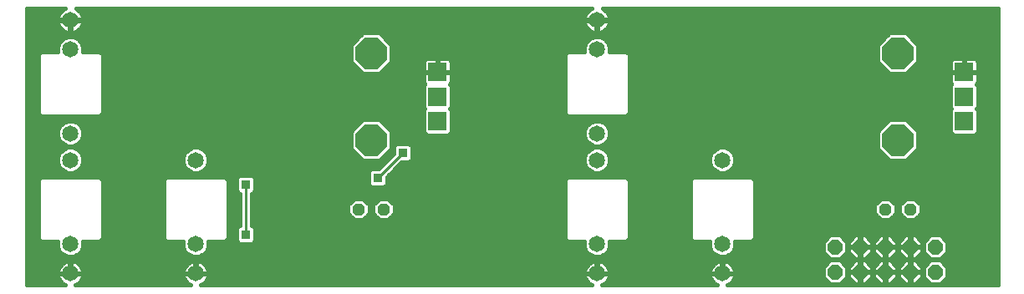
<source format=gbl>
G75*
%MOIN*%
%OFA0B0*%
%FSLAX25Y25*%
%IPPOS*%
%LPD*%
%AMOC8*
5,1,8,0,0,1.08239X$1,22.5*
%
%ADD10C,0.06496*%
%ADD11OC8,0.06000*%
%ADD12OC8,0.04800*%
%ADD13R,0.07400X0.07400*%
%ADD14OC8,0.12661*%
%ADD15C,0.01600*%
%ADD16R,0.03762X0.03762*%
%ADD17C,0.01000*%
D10*
X0021000Y0034031D03*
X0021000Y0045842D03*
X0071000Y0045842D03*
X0071000Y0034031D03*
X0071000Y0079307D03*
X0021000Y0079307D03*
X0021000Y0089937D03*
X0021000Y0123401D03*
X0021000Y0135212D03*
X0231000Y0135212D03*
X0231000Y0123401D03*
X0231000Y0089937D03*
X0231000Y0079307D03*
X0281000Y0079307D03*
X0281000Y0045842D03*
X0281000Y0034031D03*
X0231000Y0034031D03*
X0231000Y0045842D03*
D11*
X0326000Y0044622D03*
X0336000Y0044622D03*
X0346000Y0044622D03*
X0356000Y0044622D03*
X0366000Y0044622D03*
X0366000Y0034622D03*
X0356000Y0034622D03*
X0346000Y0034622D03*
X0336000Y0034622D03*
X0326000Y0034622D03*
D12*
X0346000Y0059622D03*
X0356000Y0059622D03*
X0146000Y0059622D03*
X0136000Y0059622D03*
D13*
X0167378Y0094779D03*
X0167378Y0104622D03*
X0167378Y0114464D03*
X0377378Y0114464D03*
X0377378Y0104622D03*
X0377378Y0094779D03*
D14*
X0351000Y0087299D03*
X0351000Y0121945D03*
X0141000Y0121945D03*
X0141000Y0087299D03*
D15*
X0003500Y0139782D02*
X0003500Y0029422D01*
X0018927Y0029422D01*
X0018354Y0029714D01*
X0017711Y0030181D01*
X0017150Y0030743D01*
X0016683Y0031385D01*
X0016322Y0032093D01*
X0016076Y0032849D01*
X0015952Y0033634D01*
X0015952Y0033748D01*
X0020717Y0033748D01*
X0020717Y0034314D01*
X0015952Y0034314D01*
X0015952Y0034428D01*
X0016076Y0035213D01*
X0016322Y0035969D01*
X0016683Y0036677D01*
X0017150Y0037320D01*
X0017711Y0037882D01*
X0018354Y0038349D01*
X0019062Y0038709D01*
X0019818Y0038955D01*
X0020603Y0039079D01*
X0020717Y0039079D01*
X0020717Y0034314D01*
X0021283Y0034314D01*
X0026048Y0034314D01*
X0026048Y0034428D01*
X0025924Y0035213D01*
X0025678Y0035969D01*
X0025317Y0036677D01*
X0024850Y0037320D01*
X0024289Y0037882D01*
X0023646Y0038349D01*
X0022938Y0038709D01*
X0022182Y0038955D01*
X0021397Y0039079D01*
X0021283Y0039079D01*
X0021283Y0034314D01*
X0021283Y0033748D01*
X0026048Y0033748D01*
X0026048Y0033634D01*
X0025924Y0032849D01*
X0025678Y0032093D01*
X0025317Y0031385D01*
X0024850Y0030743D01*
X0024289Y0030181D01*
X0023646Y0029714D01*
X0023073Y0029422D01*
X0068927Y0029422D01*
X0068354Y0029714D01*
X0067711Y0030181D01*
X0067150Y0030743D01*
X0066683Y0031385D01*
X0066322Y0032093D01*
X0066076Y0032849D01*
X0065952Y0033634D01*
X0065952Y0033748D01*
X0070717Y0033748D01*
X0070717Y0034314D01*
X0065952Y0034314D01*
X0065952Y0034428D01*
X0066076Y0035213D01*
X0066322Y0035969D01*
X0066683Y0036677D01*
X0067150Y0037320D01*
X0067711Y0037882D01*
X0068354Y0038349D01*
X0069062Y0038709D01*
X0069818Y0038955D01*
X0070603Y0039079D01*
X0070717Y0039079D01*
X0070717Y0034314D01*
X0071283Y0034314D01*
X0076048Y0034314D01*
X0076048Y0034428D01*
X0075924Y0035213D01*
X0075678Y0035969D01*
X0075317Y0036677D01*
X0074850Y0037320D01*
X0074289Y0037882D01*
X0073646Y0038349D01*
X0072938Y0038709D01*
X0072182Y0038955D01*
X0071397Y0039079D01*
X0071283Y0039079D01*
X0071283Y0034314D01*
X0071283Y0033748D01*
X0076048Y0033748D01*
X0076048Y0033634D01*
X0075924Y0032849D01*
X0075678Y0032093D01*
X0075317Y0031385D01*
X0074850Y0030743D01*
X0074289Y0030181D01*
X0073646Y0029714D01*
X0073073Y0029422D01*
X0228927Y0029422D01*
X0228354Y0029714D01*
X0227711Y0030181D01*
X0227150Y0030743D01*
X0226683Y0031385D01*
X0226322Y0032093D01*
X0226076Y0032849D01*
X0225952Y0033634D01*
X0225952Y0033748D01*
X0230717Y0033748D01*
X0230717Y0034314D01*
X0225952Y0034314D01*
X0225952Y0034428D01*
X0226076Y0035213D01*
X0226322Y0035969D01*
X0226683Y0036677D01*
X0227150Y0037320D01*
X0227711Y0037882D01*
X0228354Y0038349D01*
X0229062Y0038709D01*
X0229818Y0038955D01*
X0230603Y0039079D01*
X0230717Y0039079D01*
X0230717Y0034314D01*
X0231283Y0034314D01*
X0236048Y0034314D01*
X0236048Y0034428D01*
X0235924Y0035213D01*
X0235678Y0035969D01*
X0235317Y0036677D01*
X0234850Y0037320D01*
X0234289Y0037882D01*
X0233646Y0038349D01*
X0232938Y0038709D01*
X0232182Y0038955D01*
X0231397Y0039079D01*
X0231283Y0039079D01*
X0231283Y0034314D01*
X0231283Y0033748D01*
X0236048Y0033748D01*
X0236048Y0033634D01*
X0235924Y0032849D01*
X0235678Y0032093D01*
X0235317Y0031385D01*
X0234850Y0030743D01*
X0234289Y0030181D01*
X0233646Y0029714D01*
X0233073Y0029422D01*
X0278927Y0029422D01*
X0278354Y0029714D01*
X0277711Y0030181D01*
X0277150Y0030743D01*
X0276683Y0031385D01*
X0276322Y0032093D01*
X0276076Y0032849D01*
X0275952Y0033634D01*
X0275952Y0033748D01*
X0280717Y0033748D01*
X0280717Y0034314D01*
X0275952Y0034314D01*
X0275952Y0034428D01*
X0276076Y0035213D01*
X0276322Y0035969D01*
X0276683Y0036677D01*
X0277150Y0037320D01*
X0277711Y0037882D01*
X0278354Y0038349D01*
X0279062Y0038709D01*
X0279818Y0038955D01*
X0280603Y0039079D01*
X0280717Y0039079D01*
X0280717Y0034314D01*
X0281283Y0034314D01*
X0286048Y0034314D01*
X0286048Y0034428D01*
X0285924Y0035213D01*
X0285678Y0035969D01*
X0285317Y0036677D01*
X0284850Y0037320D01*
X0284289Y0037882D01*
X0283646Y0038349D01*
X0282938Y0038709D01*
X0282182Y0038955D01*
X0281397Y0039079D01*
X0281283Y0039079D01*
X0281283Y0034314D01*
X0281283Y0033748D01*
X0286048Y0033748D01*
X0286048Y0033634D01*
X0285924Y0032849D01*
X0285678Y0032093D01*
X0285317Y0031385D01*
X0284850Y0030743D01*
X0284289Y0030181D01*
X0283646Y0029714D01*
X0283073Y0029422D01*
X0391000Y0029422D01*
X0391000Y0139782D01*
X0233150Y0139782D01*
X0233646Y0139530D01*
X0234289Y0139063D01*
X0234850Y0138501D01*
X0235317Y0137858D01*
X0235678Y0137150D01*
X0235924Y0136394D01*
X0236048Y0135610D01*
X0236048Y0135495D01*
X0231283Y0135495D01*
X0231283Y0134930D01*
X0236048Y0134930D01*
X0236048Y0134815D01*
X0235924Y0134030D01*
X0235678Y0133275D01*
X0235317Y0132567D01*
X0234850Y0131924D01*
X0234289Y0131362D01*
X0233646Y0130895D01*
X0232938Y0130534D01*
X0232182Y0130289D01*
X0231397Y0130164D01*
X0231283Y0130164D01*
X0231283Y0134930D01*
X0230717Y0134930D01*
X0225952Y0134930D01*
X0225952Y0134815D01*
X0226076Y0134030D01*
X0226322Y0133275D01*
X0226683Y0132567D01*
X0227150Y0131924D01*
X0227711Y0131362D01*
X0228354Y0130895D01*
X0229062Y0130534D01*
X0229818Y0130289D01*
X0230603Y0130164D01*
X0230717Y0130164D01*
X0230717Y0134930D01*
X0230717Y0135495D01*
X0225952Y0135495D01*
X0225952Y0135610D01*
X0226076Y0136394D01*
X0226322Y0137150D01*
X0226683Y0137858D01*
X0227150Y0138501D01*
X0227711Y0139063D01*
X0228354Y0139530D01*
X0228850Y0139782D01*
X0023150Y0139782D01*
X0023646Y0139530D01*
X0024289Y0139063D01*
X0024850Y0138501D01*
X0025317Y0137858D01*
X0025678Y0137150D01*
X0025924Y0136394D01*
X0026048Y0135610D01*
X0026048Y0135495D01*
X0021283Y0135495D01*
X0021283Y0134930D01*
X0026048Y0134930D01*
X0026048Y0134815D01*
X0025924Y0134030D01*
X0025678Y0133275D01*
X0025317Y0132567D01*
X0024850Y0131924D01*
X0024289Y0131362D01*
X0023646Y0130895D01*
X0022938Y0130534D01*
X0022182Y0130289D01*
X0021397Y0130164D01*
X0021283Y0130164D01*
X0021283Y0134930D01*
X0020717Y0134930D01*
X0015952Y0134930D01*
X0015952Y0134815D01*
X0016076Y0134030D01*
X0016322Y0133275D01*
X0016683Y0132567D01*
X0017150Y0131924D01*
X0017711Y0131362D01*
X0018354Y0130895D01*
X0019062Y0130534D01*
X0019818Y0130289D01*
X0020603Y0130164D01*
X0020717Y0130164D01*
X0020717Y0134930D01*
X0020717Y0135495D01*
X0015952Y0135495D01*
X0015952Y0135610D01*
X0016076Y0136394D01*
X0016322Y0137150D01*
X0016683Y0137858D01*
X0017150Y0138501D01*
X0017711Y0139063D01*
X0018354Y0139530D01*
X0018850Y0139782D01*
X0003500Y0139782D01*
X0003500Y0138897D02*
X0017545Y0138897D01*
X0016397Y0137298D02*
X0003500Y0137298D01*
X0003500Y0135700D02*
X0015966Y0135700D01*
X0016065Y0134101D02*
X0003500Y0134101D01*
X0003500Y0132503D02*
X0016729Y0132503D01*
X0020717Y0132503D02*
X0021283Y0132503D01*
X0021283Y0134101D02*
X0020717Y0134101D01*
X0025271Y0132503D02*
X0226729Y0132503D01*
X0226065Y0134101D02*
X0025935Y0134101D01*
X0026034Y0135700D02*
X0225966Y0135700D01*
X0226397Y0137298D02*
X0025603Y0137298D01*
X0024455Y0138897D02*
X0227545Y0138897D01*
X0234455Y0138897D02*
X0391000Y0138897D01*
X0391000Y0137298D02*
X0235603Y0137298D01*
X0236034Y0135700D02*
X0391000Y0135700D01*
X0391000Y0134101D02*
X0235935Y0134101D01*
X0235271Y0132503D02*
X0391000Y0132503D01*
X0391000Y0130904D02*
X0233659Y0130904D01*
X0231283Y0130904D02*
X0230717Y0130904D01*
X0228341Y0130904D02*
X0023659Y0130904D01*
X0021283Y0130904D02*
X0020717Y0130904D01*
X0018341Y0130904D02*
X0003500Y0130904D01*
X0003500Y0129306D02*
X0136863Y0129306D01*
X0137632Y0130075D02*
X0132869Y0125312D01*
X0132869Y0118577D01*
X0137632Y0113814D01*
X0144368Y0113814D01*
X0149131Y0118577D01*
X0149131Y0125312D01*
X0144368Y0130075D01*
X0137632Y0130075D01*
X0135264Y0127707D02*
X0023796Y0127707D01*
X0023859Y0127681D02*
X0022004Y0128449D01*
X0019996Y0128449D01*
X0018141Y0127681D01*
X0016720Y0126261D01*
X0015952Y0124405D01*
X0015952Y0122445D01*
X0009231Y0122445D01*
X0008176Y0121391D01*
X0008176Y0097853D01*
X0009231Y0096798D01*
X0032769Y0096798D01*
X0033824Y0097853D01*
X0033824Y0121391D01*
X0032769Y0122445D01*
X0026048Y0122445D01*
X0026048Y0124405D01*
X0025280Y0126261D01*
X0023859Y0127681D01*
X0025343Y0126109D02*
X0133665Y0126109D01*
X0132869Y0124510D02*
X0026005Y0124510D01*
X0026048Y0122912D02*
X0132869Y0122912D01*
X0132869Y0121313D02*
X0033824Y0121313D01*
X0033824Y0119715D02*
X0132869Y0119715D01*
X0133330Y0118116D02*
X0033824Y0118116D01*
X0033824Y0116518D02*
X0134928Y0116518D01*
X0136527Y0114919D02*
X0033824Y0114919D01*
X0033824Y0113321D02*
X0161878Y0113321D01*
X0161878Y0114280D02*
X0161878Y0110527D01*
X0162001Y0110069D01*
X0162238Y0109659D01*
X0162354Y0109543D01*
X0161878Y0109067D01*
X0161878Y0100176D01*
X0162354Y0099700D01*
X0161878Y0099225D01*
X0161878Y0090334D01*
X0162932Y0089279D01*
X0171824Y0089279D01*
X0172878Y0090334D01*
X0172878Y0099225D01*
X0172402Y0099700D01*
X0172878Y0100176D01*
X0172878Y0109067D01*
X0172402Y0109543D01*
X0172518Y0109659D01*
X0172755Y0110069D01*
X0172878Y0110527D01*
X0172878Y0114280D01*
X0167562Y0114280D01*
X0167562Y0114649D01*
X0167194Y0114649D01*
X0167194Y0119964D01*
X0163441Y0119964D01*
X0162983Y0119842D01*
X0162573Y0119605D01*
X0162238Y0119269D01*
X0162001Y0118859D01*
X0161878Y0118401D01*
X0161878Y0114649D01*
X0167194Y0114649D01*
X0167194Y0114280D01*
X0161878Y0114280D01*
X0161878Y0114919D02*
X0145473Y0114919D01*
X0147072Y0116518D02*
X0161878Y0116518D01*
X0161878Y0118116D02*
X0148670Y0118116D01*
X0149131Y0119715D02*
X0162763Y0119715D01*
X0167194Y0119715D02*
X0167562Y0119715D01*
X0167562Y0119964D02*
X0167562Y0114649D01*
X0172878Y0114649D01*
X0172878Y0118401D01*
X0172755Y0118859D01*
X0172518Y0119269D01*
X0172183Y0119605D01*
X0171773Y0119842D01*
X0171315Y0119964D01*
X0167562Y0119964D01*
X0167562Y0118116D02*
X0167194Y0118116D01*
X0171993Y0119715D02*
X0218176Y0119715D01*
X0218176Y0121313D02*
X0149131Y0121313D01*
X0149131Y0122912D02*
X0225952Y0122912D01*
X0225952Y0122445D02*
X0219231Y0122445D01*
X0218176Y0121391D01*
X0218176Y0097853D01*
X0219231Y0096798D01*
X0242769Y0096798D01*
X0243824Y0097853D01*
X0243824Y0121391D01*
X0242769Y0122445D01*
X0236048Y0122445D01*
X0236048Y0124405D01*
X0235280Y0126261D01*
X0233859Y0127681D01*
X0232004Y0128449D01*
X0229996Y0128449D01*
X0228141Y0127681D01*
X0226720Y0126261D01*
X0225952Y0124405D01*
X0225952Y0122445D01*
X0225995Y0124510D02*
X0149131Y0124510D01*
X0148335Y0126109D02*
X0226657Y0126109D01*
X0228204Y0127707D02*
X0146736Y0127707D01*
X0145137Y0129306D02*
X0346862Y0129306D01*
X0347632Y0130075D02*
X0342869Y0125312D01*
X0342869Y0118577D01*
X0347632Y0113814D01*
X0354368Y0113814D01*
X0359131Y0118577D01*
X0359131Y0125312D01*
X0354368Y0130075D01*
X0347632Y0130075D01*
X0345264Y0127707D02*
X0233796Y0127707D01*
X0235343Y0126109D02*
X0343665Y0126109D01*
X0342869Y0124510D02*
X0236005Y0124510D01*
X0236048Y0122912D02*
X0342869Y0122912D01*
X0342869Y0121313D02*
X0243824Y0121313D01*
X0243824Y0119715D02*
X0342869Y0119715D01*
X0343330Y0118116D02*
X0243824Y0118116D01*
X0243824Y0116518D02*
X0344928Y0116518D01*
X0346527Y0114919D02*
X0243824Y0114919D01*
X0243824Y0113321D02*
X0371878Y0113321D01*
X0371878Y0114280D02*
X0371878Y0110527D01*
X0372001Y0110069D01*
X0372238Y0109659D01*
X0372354Y0109543D01*
X0371878Y0109067D01*
X0371878Y0100176D01*
X0372354Y0099700D01*
X0371878Y0099225D01*
X0371878Y0090334D01*
X0372932Y0089279D01*
X0381824Y0089279D01*
X0382878Y0090334D01*
X0382878Y0099225D01*
X0382402Y0099700D01*
X0382878Y0100176D01*
X0382878Y0109067D01*
X0382402Y0109543D01*
X0382518Y0109659D01*
X0382755Y0110069D01*
X0382878Y0110527D01*
X0382878Y0114280D01*
X0377562Y0114280D01*
X0377562Y0114649D01*
X0377194Y0114649D01*
X0377194Y0119964D01*
X0373441Y0119964D01*
X0372983Y0119842D01*
X0372573Y0119605D01*
X0372238Y0119269D01*
X0372001Y0118859D01*
X0371878Y0118401D01*
X0371878Y0114649D01*
X0377194Y0114649D01*
X0377194Y0114280D01*
X0371878Y0114280D01*
X0371878Y0114919D02*
X0355473Y0114919D01*
X0357072Y0116518D02*
X0371878Y0116518D01*
X0377194Y0116518D02*
X0377562Y0116518D01*
X0377562Y0114919D02*
X0377194Y0114919D01*
X0377562Y0114649D02*
X0377562Y0119964D01*
X0381315Y0119964D01*
X0381773Y0119842D01*
X0382183Y0119605D01*
X0382518Y0119269D01*
X0382755Y0118859D01*
X0382878Y0118401D01*
X0382878Y0114649D01*
X0377562Y0114649D01*
X0382878Y0114919D02*
X0391000Y0114919D01*
X0391000Y0113321D02*
X0382878Y0113321D01*
X0382878Y0111722D02*
X0391000Y0111722D01*
X0391000Y0110123D02*
X0382770Y0110123D01*
X0382878Y0108525D02*
X0391000Y0108525D01*
X0391000Y0106926D02*
X0382878Y0106926D01*
X0382878Y0105328D02*
X0391000Y0105328D01*
X0391000Y0103729D02*
X0382878Y0103729D01*
X0382878Y0102131D02*
X0391000Y0102131D01*
X0391000Y0100532D02*
X0382878Y0100532D01*
X0382878Y0098934D02*
X0391000Y0098934D01*
X0391000Y0097335D02*
X0382878Y0097335D01*
X0382878Y0095737D02*
X0391000Y0095737D01*
X0391000Y0094138D02*
X0382878Y0094138D01*
X0382878Y0092540D02*
X0391000Y0092540D01*
X0391000Y0090941D02*
X0382878Y0090941D01*
X0381887Y0089343D02*
X0391000Y0089343D01*
X0391000Y0087744D02*
X0359131Y0087744D01*
X0359131Y0086146D02*
X0391000Y0086146D01*
X0391000Y0084547D02*
X0359131Y0084547D01*
X0359131Y0083931D02*
X0354368Y0079168D01*
X0347632Y0079168D01*
X0342869Y0083931D01*
X0342869Y0090667D01*
X0347632Y0095430D01*
X0354368Y0095430D01*
X0359131Y0090667D01*
X0359131Y0083931D01*
X0358148Y0082949D02*
X0391000Y0082949D01*
X0391000Y0081350D02*
X0356550Y0081350D01*
X0354951Y0079752D02*
X0391000Y0079752D01*
X0391000Y0078153D02*
X0285986Y0078153D01*
X0286048Y0078303D02*
X0285280Y0076447D01*
X0283859Y0075027D01*
X0282004Y0074259D01*
X0279996Y0074259D01*
X0278141Y0075027D01*
X0276720Y0076447D01*
X0275952Y0078303D01*
X0275952Y0080311D01*
X0276720Y0082166D01*
X0278141Y0083586D01*
X0279996Y0084355D01*
X0282004Y0084355D01*
X0283859Y0083586D01*
X0285280Y0082166D01*
X0286048Y0080311D01*
X0286048Y0078303D01*
X0286048Y0079752D02*
X0347049Y0079752D01*
X0345450Y0081350D02*
X0285617Y0081350D01*
X0284497Y0082949D02*
X0343852Y0082949D01*
X0342869Y0084547D02*
X0157181Y0084547D01*
X0157181Y0084748D02*
X0156127Y0085803D01*
X0150873Y0085803D01*
X0149819Y0084748D01*
X0149819Y0081693D01*
X0143928Y0075803D01*
X0140873Y0075803D01*
X0139819Y0074748D01*
X0139819Y0069495D01*
X0140873Y0068441D01*
X0146127Y0068441D01*
X0147181Y0069495D01*
X0147181Y0072550D01*
X0153072Y0078441D01*
X0156127Y0078441D01*
X0157181Y0079495D01*
X0157181Y0084748D01*
X0157181Y0082949D02*
X0227503Y0082949D01*
X0228141Y0083586D02*
X0226720Y0082166D01*
X0225952Y0080311D01*
X0225952Y0078303D01*
X0226720Y0076447D01*
X0228141Y0075027D01*
X0229996Y0074259D01*
X0232004Y0074259D01*
X0233859Y0075027D01*
X0235280Y0076447D01*
X0236048Y0078303D01*
X0236048Y0080311D01*
X0235280Y0082166D01*
X0233859Y0083586D01*
X0232004Y0084355D01*
X0229996Y0084355D01*
X0228141Y0083586D01*
X0228141Y0085657D02*
X0229996Y0084889D01*
X0232004Y0084889D01*
X0233859Y0085657D01*
X0235280Y0087077D01*
X0236048Y0088933D01*
X0236048Y0090941D01*
X0235280Y0092796D01*
X0233859Y0094216D01*
X0232004Y0094985D01*
X0229996Y0094985D01*
X0228141Y0094216D01*
X0226720Y0092796D01*
X0225952Y0090941D01*
X0225952Y0088933D01*
X0226720Y0087077D01*
X0228141Y0085657D01*
X0227652Y0086146D02*
X0149131Y0086146D01*
X0149131Y0087744D02*
X0226444Y0087744D01*
X0225952Y0089343D02*
X0171887Y0089343D01*
X0172878Y0090941D02*
X0225952Y0090941D01*
X0226614Y0092540D02*
X0172878Y0092540D01*
X0172878Y0094138D02*
X0228063Y0094138D01*
X0233937Y0094138D02*
X0346341Y0094138D01*
X0344742Y0092540D02*
X0235386Y0092540D01*
X0236048Y0090941D02*
X0343144Y0090941D01*
X0342869Y0089343D02*
X0236048Y0089343D01*
X0235556Y0087744D02*
X0342869Y0087744D01*
X0342869Y0086146D02*
X0234348Y0086146D01*
X0234497Y0082949D02*
X0277503Y0082949D01*
X0276383Y0081350D02*
X0235617Y0081350D01*
X0236048Y0079752D02*
X0275952Y0079752D01*
X0276014Y0078153D02*
X0235986Y0078153D01*
X0235324Y0076555D02*
X0276676Y0076555D01*
X0278312Y0074956D02*
X0233688Y0074956D01*
X0228312Y0074956D02*
X0149587Y0074956D01*
X0151186Y0076555D02*
X0226676Y0076555D01*
X0226014Y0078153D02*
X0152784Y0078153D01*
X0157181Y0079752D02*
X0225952Y0079752D01*
X0226383Y0081350D02*
X0157181Y0081350D01*
X0149819Y0082949D02*
X0148148Y0082949D01*
X0149131Y0083931D02*
X0144368Y0079168D01*
X0137632Y0079168D01*
X0132869Y0083931D01*
X0132869Y0090667D01*
X0137632Y0095430D01*
X0144368Y0095430D01*
X0149131Y0090667D01*
X0149131Y0083931D01*
X0149131Y0084547D02*
X0149819Y0084547D01*
X0149476Y0081350D02*
X0146550Y0081350D01*
X0147877Y0079752D02*
X0144951Y0079752D01*
X0146279Y0078153D02*
X0075986Y0078153D01*
X0076048Y0078303D02*
X0075280Y0076447D01*
X0073859Y0075027D01*
X0072004Y0074259D01*
X0069996Y0074259D01*
X0068141Y0075027D01*
X0066720Y0076447D01*
X0065952Y0078303D01*
X0065952Y0080311D01*
X0066720Y0082166D01*
X0068141Y0083586D01*
X0069996Y0084355D01*
X0072004Y0084355D01*
X0073859Y0083586D01*
X0075280Y0082166D01*
X0076048Y0080311D01*
X0076048Y0078303D01*
X0076048Y0079752D02*
X0137049Y0079752D01*
X0135450Y0081350D02*
X0075617Y0081350D01*
X0074497Y0082949D02*
X0133852Y0082949D01*
X0132869Y0084547D02*
X0003500Y0084547D01*
X0003500Y0082949D02*
X0017503Y0082949D01*
X0018141Y0083586D02*
X0016720Y0082166D01*
X0015952Y0080311D01*
X0015952Y0078303D01*
X0016720Y0076447D01*
X0018141Y0075027D01*
X0019996Y0074259D01*
X0022004Y0074259D01*
X0023859Y0075027D01*
X0025280Y0076447D01*
X0026048Y0078303D01*
X0026048Y0080311D01*
X0025280Y0082166D01*
X0023859Y0083586D01*
X0022004Y0084355D01*
X0019996Y0084355D01*
X0018141Y0083586D01*
X0018141Y0085657D02*
X0019996Y0084889D01*
X0022004Y0084889D01*
X0023859Y0085657D01*
X0025280Y0087077D01*
X0026048Y0088933D01*
X0026048Y0090941D01*
X0025280Y0092796D01*
X0023859Y0094216D01*
X0022004Y0094985D01*
X0019996Y0094985D01*
X0018141Y0094216D01*
X0016720Y0092796D01*
X0015952Y0090941D01*
X0015952Y0088933D01*
X0016720Y0087077D01*
X0018141Y0085657D01*
X0017652Y0086146D02*
X0003500Y0086146D01*
X0003500Y0087744D02*
X0016444Y0087744D01*
X0015952Y0089343D02*
X0003500Y0089343D01*
X0003500Y0090941D02*
X0015952Y0090941D01*
X0016614Y0092540D02*
X0003500Y0092540D01*
X0003500Y0094138D02*
X0018063Y0094138D01*
X0023937Y0094138D02*
X0136341Y0094138D01*
X0134742Y0092540D02*
X0025386Y0092540D01*
X0026048Y0090941D02*
X0133144Y0090941D01*
X0132869Y0089343D02*
X0026048Y0089343D01*
X0025556Y0087744D02*
X0132869Y0087744D01*
X0132869Y0086146D02*
X0024348Y0086146D01*
X0024497Y0082949D02*
X0067503Y0082949D01*
X0066383Y0081350D02*
X0025617Y0081350D01*
X0026048Y0079752D02*
X0065952Y0079752D01*
X0066014Y0078153D02*
X0025986Y0078153D01*
X0025324Y0076555D02*
X0066676Y0076555D01*
X0068312Y0074956D02*
X0023688Y0074956D01*
X0018312Y0074956D02*
X0003500Y0074956D01*
X0003500Y0076555D02*
X0016676Y0076555D01*
X0016014Y0078153D02*
X0003500Y0078153D01*
X0003500Y0079752D02*
X0015952Y0079752D01*
X0016383Y0081350D02*
X0003500Y0081350D01*
X0003500Y0073358D02*
X0139819Y0073358D01*
X0139819Y0071759D02*
X0094681Y0071759D01*
X0094681Y0072248D02*
X0093627Y0073303D01*
X0088373Y0073303D01*
X0087319Y0072248D01*
X0087319Y0066995D01*
X0088373Y0065941D01*
X0088700Y0065941D01*
X0088700Y0053303D01*
X0088373Y0053303D01*
X0087319Y0052248D01*
X0087319Y0046995D01*
X0088373Y0045941D01*
X0093627Y0045941D01*
X0094681Y0046995D01*
X0094681Y0052248D01*
X0093627Y0053303D01*
X0093300Y0053303D01*
X0093300Y0065941D01*
X0093627Y0065941D01*
X0094681Y0066995D01*
X0094681Y0072248D01*
X0094681Y0070161D02*
X0139819Y0070161D01*
X0140752Y0068562D02*
X0094681Y0068562D01*
X0094650Y0066964D02*
X0218176Y0066964D01*
X0218176Y0068562D02*
X0146248Y0068562D01*
X0147181Y0070161D02*
X0218176Y0070161D01*
X0218176Y0071391D02*
X0218176Y0047853D01*
X0219231Y0046798D01*
X0225952Y0046798D01*
X0225952Y0044838D01*
X0226720Y0042983D01*
X0228141Y0041563D01*
X0229996Y0040794D01*
X0232004Y0040794D01*
X0233859Y0041563D01*
X0235280Y0042983D01*
X0236048Y0044838D01*
X0236048Y0046798D01*
X0242769Y0046798D01*
X0243824Y0047853D01*
X0243824Y0071391D01*
X0242769Y0072445D01*
X0219231Y0072445D01*
X0218176Y0071391D01*
X0218545Y0071759D02*
X0147181Y0071759D01*
X0147989Y0073358D02*
X0391000Y0073358D01*
X0391000Y0071759D02*
X0293455Y0071759D01*
X0293824Y0071391D02*
X0292769Y0072445D01*
X0269231Y0072445D01*
X0268176Y0071391D01*
X0268176Y0047853D01*
X0269231Y0046798D01*
X0275952Y0046798D01*
X0275952Y0044838D01*
X0276720Y0042983D01*
X0278141Y0041563D01*
X0279996Y0040794D01*
X0282004Y0040794D01*
X0283859Y0041563D01*
X0285280Y0042983D01*
X0286048Y0044838D01*
X0286048Y0046798D01*
X0292769Y0046798D01*
X0293824Y0047853D01*
X0293824Y0071391D01*
X0293824Y0070161D02*
X0391000Y0070161D01*
X0391000Y0068562D02*
X0293824Y0068562D01*
X0293824Y0066964D02*
X0391000Y0066964D01*
X0391000Y0065365D02*
X0293824Y0065365D01*
X0293824Y0063767D02*
X0344205Y0063767D01*
X0344260Y0063822D02*
X0341800Y0061361D01*
X0341800Y0057882D01*
X0344260Y0055422D01*
X0347740Y0055422D01*
X0350200Y0057882D01*
X0350200Y0061361D01*
X0347740Y0063822D01*
X0344260Y0063822D01*
X0342607Y0062168D02*
X0293824Y0062168D01*
X0293824Y0060570D02*
X0341800Y0060570D01*
X0349393Y0062168D02*
X0352607Y0062168D01*
X0351800Y0061361D02*
X0351800Y0057882D01*
X0354260Y0055422D01*
X0357740Y0055422D01*
X0360200Y0057882D01*
X0360200Y0061361D01*
X0357740Y0063822D01*
X0354260Y0063822D01*
X0351800Y0061361D01*
X0351800Y0060570D02*
X0350200Y0060570D01*
X0350200Y0058971D02*
X0351800Y0058971D01*
X0352309Y0057373D02*
X0349691Y0057373D01*
X0348092Y0055774D02*
X0353908Y0055774D01*
X0358092Y0055774D02*
X0391000Y0055774D01*
X0391000Y0054176D02*
X0293824Y0054176D01*
X0293824Y0055774D02*
X0343908Y0055774D01*
X0342309Y0057373D02*
X0293824Y0057373D01*
X0293824Y0058971D02*
X0341800Y0058971D01*
X0347795Y0063767D02*
X0354205Y0063767D01*
X0357795Y0063767D02*
X0391000Y0063767D01*
X0391000Y0062168D02*
X0359393Y0062168D01*
X0360200Y0060570D02*
X0391000Y0060570D01*
X0391000Y0058971D02*
X0360200Y0058971D01*
X0359691Y0057373D02*
X0391000Y0057373D01*
X0391000Y0052577D02*
X0293824Y0052577D01*
X0293824Y0050979D02*
X0391000Y0050979D01*
X0391000Y0049380D02*
X0368030Y0049380D01*
X0367988Y0049422D02*
X0364012Y0049422D01*
X0361200Y0046610D01*
X0361200Y0042634D01*
X0364012Y0039822D01*
X0367988Y0039822D01*
X0370800Y0042634D01*
X0370800Y0046610D01*
X0367988Y0049422D01*
X0369628Y0047782D02*
X0391000Y0047782D01*
X0391000Y0046183D02*
X0370800Y0046183D01*
X0370800Y0044585D02*
X0391000Y0044585D01*
X0391000Y0042986D02*
X0370800Y0042986D01*
X0369554Y0041388D02*
X0391000Y0041388D01*
X0391000Y0039789D02*
X0003500Y0039789D01*
X0003500Y0041388D02*
X0018563Y0041388D01*
X0018141Y0041563D02*
X0019996Y0040794D01*
X0022004Y0040794D01*
X0023859Y0041563D01*
X0025280Y0042983D01*
X0026048Y0044838D01*
X0026048Y0046798D01*
X0032769Y0046798D01*
X0033824Y0047853D01*
X0033824Y0071391D01*
X0032769Y0072445D01*
X0009231Y0072445D01*
X0008176Y0071391D01*
X0008176Y0047853D01*
X0009231Y0046798D01*
X0015952Y0046798D01*
X0015952Y0044838D01*
X0016720Y0042983D01*
X0018141Y0041563D01*
X0016719Y0042986D02*
X0003500Y0042986D01*
X0003500Y0044585D02*
X0016057Y0044585D01*
X0015952Y0046183D02*
X0003500Y0046183D01*
X0003500Y0047782D02*
X0008247Y0047782D01*
X0008176Y0049380D02*
X0003500Y0049380D01*
X0003500Y0050979D02*
X0008176Y0050979D01*
X0008176Y0052577D02*
X0003500Y0052577D01*
X0003500Y0054176D02*
X0008176Y0054176D01*
X0008176Y0055774D02*
X0003500Y0055774D01*
X0003500Y0057373D02*
X0008176Y0057373D01*
X0008176Y0058971D02*
X0003500Y0058971D01*
X0003500Y0060570D02*
X0008176Y0060570D01*
X0008176Y0062168D02*
X0003500Y0062168D01*
X0003500Y0063767D02*
X0008176Y0063767D01*
X0008176Y0065365D02*
X0003500Y0065365D01*
X0003500Y0066964D02*
X0008176Y0066964D01*
X0008176Y0068562D02*
X0003500Y0068562D01*
X0003500Y0070161D02*
X0008176Y0070161D01*
X0008545Y0071759D02*
X0003500Y0071759D01*
X0033455Y0071759D02*
X0058545Y0071759D01*
X0058176Y0071391D02*
X0058176Y0047853D01*
X0059231Y0046798D01*
X0065952Y0046798D01*
X0065952Y0044838D01*
X0066720Y0042983D01*
X0068141Y0041563D01*
X0069996Y0040794D01*
X0072004Y0040794D01*
X0073859Y0041563D01*
X0075280Y0042983D01*
X0076048Y0044838D01*
X0076048Y0046798D01*
X0082769Y0046798D01*
X0083824Y0047853D01*
X0083824Y0071391D01*
X0082769Y0072445D01*
X0059231Y0072445D01*
X0058176Y0071391D01*
X0058176Y0070161D02*
X0033824Y0070161D01*
X0033824Y0068562D02*
X0058176Y0068562D01*
X0058176Y0066964D02*
X0033824Y0066964D01*
X0033824Y0065365D02*
X0058176Y0065365D01*
X0058176Y0063767D02*
X0033824Y0063767D01*
X0033824Y0062168D02*
X0058176Y0062168D01*
X0058176Y0060570D02*
X0033824Y0060570D01*
X0033824Y0058971D02*
X0058176Y0058971D01*
X0058176Y0057373D02*
X0033824Y0057373D01*
X0033824Y0055774D02*
X0058176Y0055774D01*
X0058176Y0054176D02*
X0033824Y0054176D01*
X0033824Y0052577D02*
X0058176Y0052577D01*
X0058176Y0050979D02*
X0033824Y0050979D01*
X0033824Y0049380D02*
X0058176Y0049380D01*
X0058247Y0047782D02*
X0033753Y0047782D01*
X0026048Y0046183D02*
X0065952Y0046183D01*
X0066057Y0044585D02*
X0025943Y0044585D01*
X0025281Y0042986D02*
X0066719Y0042986D01*
X0068563Y0041388D02*
X0023437Y0041388D01*
X0023863Y0038190D02*
X0068137Y0038190D01*
X0066639Y0036592D02*
X0025361Y0036592D01*
X0025959Y0034993D02*
X0066041Y0034993D01*
X0065990Y0033395D02*
X0026010Y0033395D01*
X0025527Y0031796D02*
X0066473Y0031796D01*
X0067694Y0030198D02*
X0024306Y0030198D01*
X0017694Y0030198D02*
X0003500Y0030198D01*
X0003500Y0031796D02*
X0016473Y0031796D01*
X0015990Y0033395D02*
X0003500Y0033395D01*
X0003500Y0034993D02*
X0016041Y0034993D01*
X0016639Y0036592D02*
X0003500Y0036592D01*
X0003500Y0038190D02*
X0018137Y0038190D01*
X0020717Y0038190D02*
X0021283Y0038190D01*
X0021283Y0036592D02*
X0020717Y0036592D01*
X0020717Y0034993D02*
X0021283Y0034993D01*
X0070717Y0034993D02*
X0071283Y0034993D01*
X0071283Y0036592D02*
X0070717Y0036592D01*
X0070717Y0038190D02*
X0071283Y0038190D01*
X0073863Y0038190D02*
X0228137Y0038190D01*
X0226639Y0036592D02*
X0075361Y0036592D01*
X0075959Y0034993D02*
X0226041Y0034993D01*
X0225990Y0033395D02*
X0076010Y0033395D01*
X0075527Y0031796D02*
X0226473Y0031796D01*
X0227694Y0030198D02*
X0074306Y0030198D01*
X0073437Y0041388D02*
X0228563Y0041388D01*
X0226719Y0042986D02*
X0075281Y0042986D01*
X0075943Y0044585D02*
X0226057Y0044585D01*
X0225952Y0046183D02*
X0093869Y0046183D01*
X0094681Y0047782D02*
X0218247Y0047782D01*
X0218176Y0049380D02*
X0094681Y0049380D01*
X0094681Y0050979D02*
X0218176Y0050979D01*
X0218176Y0052577D02*
X0094352Y0052577D01*
X0093300Y0054176D02*
X0218176Y0054176D01*
X0218176Y0055774D02*
X0148092Y0055774D01*
X0147740Y0055422D02*
X0150200Y0057882D01*
X0150200Y0061361D01*
X0147740Y0063822D01*
X0144260Y0063822D01*
X0141800Y0061361D01*
X0141800Y0057882D01*
X0144260Y0055422D01*
X0147740Y0055422D01*
X0149691Y0057373D02*
X0218176Y0057373D01*
X0218176Y0058971D02*
X0150200Y0058971D01*
X0150200Y0060570D02*
X0218176Y0060570D01*
X0218176Y0062168D02*
X0149393Y0062168D01*
X0147795Y0063767D02*
X0218176Y0063767D01*
X0218176Y0065365D02*
X0093300Y0065365D01*
X0093300Y0063767D02*
X0134205Y0063767D01*
X0134260Y0063822D02*
X0131800Y0061361D01*
X0131800Y0057882D01*
X0134260Y0055422D01*
X0137740Y0055422D01*
X0140200Y0057882D01*
X0140200Y0061361D01*
X0137740Y0063822D01*
X0134260Y0063822D01*
X0132607Y0062168D02*
X0093300Y0062168D01*
X0093300Y0060570D02*
X0131800Y0060570D01*
X0131800Y0058971D02*
X0093300Y0058971D01*
X0093300Y0057373D02*
X0132309Y0057373D01*
X0133908Y0055774D02*
X0093300Y0055774D01*
X0088700Y0055774D02*
X0083824Y0055774D01*
X0083824Y0054176D02*
X0088700Y0054176D01*
X0087648Y0052577D02*
X0083824Y0052577D01*
X0083824Y0050979D02*
X0087319Y0050979D01*
X0087319Y0049380D02*
X0083824Y0049380D01*
X0083753Y0047782D02*
X0087319Y0047782D01*
X0088131Y0046183D02*
X0076048Y0046183D01*
X0083824Y0057373D02*
X0088700Y0057373D01*
X0088700Y0058971D02*
X0083824Y0058971D01*
X0083824Y0060570D02*
X0088700Y0060570D01*
X0088700Y0062168D02*
X0083824Y0062168D01*
X0083824Y0063767D02*
X0088700Y0063767D01*
X0088700Y0065365D02*
X0083824Y0065365D01*
X0083824Y0066964D02*
X0087350Y0066964D01*
X0087319Y0068562D02*
X0083824Y0068562D01*
X0083824Y0070161D02*
X0087319Y0070161D01*
X0087319Y0071759D02*
X0083455Y0071759D01*
X0073688Y0074956D02*
X0140027Y0074956D01*
X0144680Y0076555D02*
X0075324Y0076555D01*
X0033306Y0097335D02*
X0161878Y0097335D01*
X0161878Y0095737D02*
X0003500Y0095737D01*
X0003500Y0097335D02*
X0008694Y0097335D01*
X0008176Y0098934D02*
X0003500Y0098934D01*
X0003500Y0100532D02*
X0008176Y0100532D01*
X0008176Y0102131D02*
X0003500Y0102131D01*
X0003500Y0103729D02*
X0008176Y0103729D01*
X0008176Y0105328D02*
X0003500Y0105328D01*
X0003500Y0106926D02*
X0008176Y0106926D01*
X0008176Y0108525D02*
X0003500Y0108525D01*
X0003500Y0110123D02*
X0008176Y0110123D01*
X0008176Y0111722D02*
X0003500Y0111722D01*
X0003500Y0113321D02*
X0008176Y0113321D01*
X0008176Y0114919D02*
X0003500Y0114919D01*
X0003500Y0116518D02*
X0008176Y0116518D01*
X0008176Y0118116D02*
X0003500Y0118116D01*
X0003500Y0119715D02*
X0008176Y0119715D01*
X0008176Y0121313D02*
X0003500Y0121313D01*
X0003500Y0122912D02*
X0015952Y0122912D01*
X0015995Y0124510D02*
X0003500Y0124510D01*
X0003500Y0126109D02*
X0016657Y0126109D01*
X0018204Y0127707D02*
X0003500Y0127707D01*
X0033824Y0111722D02*
X0161878Y0111722D01*
X0161986Y0110123D02*
X0033824Y0110123D01*
X0033824Y0108525D02*
X0161878Y0108525D01*
X0161878Y0106926D02*
X0033824Y0106926D01*
X0033824Y0105328D02*
X0161878Y0105328D01*
X0161878Y0103729D02*
X0033824Y0103729D01*
X0033824Y0102131D02*
X0161878Y0102131D01*
X0161878Y0100532D02*
X0033824Y0100532D01*
X0033824Y0098934D02*
X0161878Y0098934D01*
X0161878Y0094138D02*
X0145659Y0094138D01*
X0147258Y0092540D02*
X0161878Y0092540D01*
X0161878Y0090941D02*
X0148856Y0090941D01*
X0149131Y0089343D02*
X0162869Y0089343D01*
X0172878Y0095737D02*
X0371878Y0095737D01*
X0371878Y0097335D02*
X0243306Y0097335D01*
X0243824Y0098934D02*
X0371878Y0098934D01*
X0371878Y0100532D02*
X0243824Y0100532D01*
X0243824Y0102131D02*
X0371878Y0102131D01*
X0371878Y0103729D02*
X0243824Y0103729D01*
X0243824Y0105328D02*
X0371878Y0105328D01*
X0371878Y0106926D02*
X0243824Y0106926D01*
X0243824Y0108525D02*
X0371878Y0108525D01*
X0371986Y0110123D02*
X0243824Y0110123D01*
X0243824Y0111722D02*
X0371878Y0111722D01*
X0382878Y0116518D02*
X0391000Y0116518D01*
X0391000Y0118116D02*
X0382878Y0118116D01*
X0381993Y0119715D02*
X0391000Y0119715D01*
X0391000Y0121313D02*
X0359131Y0121313D01*
X0359131Y0119715D02*
X0372763Y0119715D01*
X0371878Y0118116D02*
X0358670Y0118116D01*
X0359131Y0122912D02*
X0391000Y0122912D01*
X0391000Y0124510D02*
X0359131Y0124510D01*
X0358335Y0126109D02*
X0391000Y0126109D01*
X0391000Y0127707D02*
X0356736Y0127707D01*
X0355137Y0129306D02*
X0391000Y0129306D01*
X0377562Y0119715D02*
X0377194Y0119715D01*
X0377194Y0118116D02*
X0377562Y0118116D01*
X0371878Y0094138D02*
X0355659Y0094138D01*
X0357258Y0092540D02*
X0371878Y0092540D01*
X0371878Y0090941D02*
X0358856Y0090941D01*
X0359131Y0089343D02*
X0372869Y0089343D01*
X0391000Y0076555D02*
X0285324Y0076555D01*
X0283688Y0074956D02*
X0391000Y0074956D01*
X0363970Y0049380D02*
X0358030Y0049380D01*
X0357988Y0049422D02*
X0356200Y0049422D01*
X0356200Y0044822D01*
X0355800Y0044822D01*
X0355800Y0049422D01*
X0354012Y0049422D01*
X0351200Y0046610D01*
X0351200Y0044822D01*
X0355800Y0044822D01*
X0355800Y0044422D01*
X0351200Y0044422D01*
X0351200Y0042634D01*
X0354012Y0039822D01*
X0355800Y0039822D01*
X0355800Y0044422D01*
X0356200Y0044422D01*
X0356200Y0044822D01*
X0360800Y0044822D01*
X0360800Y0046610D01*
X0357988Y0049422D01*
X0356200Y0049380D02*
X0355800Y0049380D01*
X0355800Y0047782D02*
X0356200Y0047782D01*
X0356200Y0046183D02*
X0355800Y0046183D01*
X0352372Y0047782D02*
X0349628Y0047782D01*
X0350800Y0046610D02*
X0347988Y0049422D01*
X0346200Y0049422D01*
X0346200Y0044822D01*
X0345800Y0044822D01*
X0345800Y0049422D01*
X0344012Y0049422D01*
X0341200Y0046610D01*
X0341200Y0044822D01*
X0345800Y0044822D01*
X0345800Y0044422D01*
X0341200Y0044422D01*
X0341200Y0042634D01*
X0344012Y0039822D01*
X0345800Y0039822D01*
X0345800Y0044422D01*
X0346200Y0044422D01*
X0346200Y0044822D01*
X0350800Y0044822D01*
X0350800Y0046610D01*
X0350800Y0046183D02*
X0351200Y0046183D01*
X0346200Y0046183D02*
X0345800Y0046183D01*
X0345800Y0047782D02*
X0346200Y0047782D01*
X0346200Y0049380D02*
X0345800Y0049380D01*
X0343970Y0049380D02*
X0338030Y0049380D01*
X0337988Y0049422D02*
X0336200Y0049422D01*
X0336200Y0044822D01*
X0335800Y0044822D01*
X0335800Y0049422D01*
X0334012Y0049422D01*
X0331200Y0046610D01*
X0331200Y0044822D01*
X0335800Y0044822D01*
X0335800Y0044422D01*
X0331200Y0044422D01*
X0331200Y0042634D01*
X0334012Y0039822D01*
X0335800Y0039822D01*
X0335800Y0044422D01*
X0336200Y0044422D01*
X0336200Y0044822D01*
X0340800Y0044822D01*
X0340800Y0046610D01*
X0337988Y0049422D01*
X0336200Y0049380D02*
X0335800Y0049380D01*
X0335800Y0047782D02*
X0336200Y0047782D01*
X0336200Y0046183D02*
X0335800Y0046183D01*
X0332372Y0047782D02*
X0329628Y0047782D01*
X0330800Y0046610D02*
X0327988Y0049422D01*
X0324012Y0049422D01*
X0321200Y0046610D01*
X0321200Y0042634D01*
X0324012Y0039822D01*
X0327988Y0039822D01*
X0330800Y0042634D01*
X0330800Y0046610D01*
X0330800Y0046183D02*
X0331200Y0046183D01*
X0330800Y0044585D02*
X0335800Y0044585D01*
X0336200Y0044585D02*
X0345800Y0044585D01*
X0346200Y0044585D02*
X0355800Y0044585D01*
X0356200Y0044585D02*
X0361200Y0044585D01*
X0360800Y0044422D02*
X0356200Y0044422D01*
X0356200Y0039822D01*
X0357988Y0039822D01*
X0360800Y0042634D01*
X0360800Y0044422D01*
X0360800Y0042986D02*
X0361200Y0042986D01*
X0362446Y0041388D02*
X0359554Y0041388D01*
X0357988Y0039422D02*
X0356200Y0039422D01*
X0356200Y0034822D01*
X0355800Y0034822D01*
X0355800Y0039422D01*
X0354012Y0039422D01*
X0351200Y0036610D01*
X0351200Y0034822D01*
X0355800Y0034822D01*
X0355800Y0034422D01*
X0351200Y0034422D01*
X0351200Y0032634D01*
X0354012Y0029822D01*
X0355800Y0029822D01*
X0355800Y0034422D01*
X0356200Y0034422D01*
X0356200Y0034822D01*
X0360800Y0034822D01*
X0360800Y0036610D01*
X0357988Y0039422D01*
X0359219Y0038190D02*
X0362781Y0038190D01*
X0364012Y0039422D02*
X0361200Y0036610D01*
X0361200Y0032634D01*
X0364012Y0029822D01*
X0367988Y0029822D01*
X0370800Y0032634D01*
X0370800Y0036610D01*
X0367988Y0039422D01*
X0364012Y0039422D01*
X0369219Y0038190D02*
X0391000Y0038190D01*
X0391000Y0036592D02*
X0370800Y0036592D01*
X0370800Y0034993D02*
X0391000Y0034993D01*
X0391000Y0033395D02*
X0370800Y0033395D01*
X0369963Y0031796D02*
X0391000Y0031796D01*
X0391000Y0030198D02*
X0368364Y0030198D01*
X0363636Y0030198D02*
X0358364Y0030198D01*
X0357988Y0029822D02*
X0360800Y0032634D01*
X0360800Y0034422D01*
X0356200Y0034422D01*
X0356200Y0029822D01*
X0357988Y0029822D01*
X0356200Y0030198D02*
X0355800Y0030198D01*
X0353636Y0030198D02*
X0348364Y0030198D01*
X0347988Y0029822D02*
X0350800Y0032634D01*
X0350800Y0034422D01*
X0346200Y0034422D01*
X0346200Y0034822D01*
X0345800Y0034822D01*
X0345800Y0039422D01*
X0344012Y0039422D01*
X0341200Y0036610D01*
X0341200Y0034822D01*
X0345800Y0034822D01*
X0345800Y0034422D01*
X0341200Y0034422D01*
X0341200Y0032634D01*
X0344012Y0029822D01*
X0345800Y0029822D01*
X0345800Y0034422D01*
X0346200Y0034422D01*
X0346200Y0029822D01*
X0347988Y0029822D01*
X0346200Y0030198D02*
X0345800Y0030198D01*
X0343636Y0030198D02*
X0338364Y0030198D01*
X0337988Y0029822D02*
X0340800Y0032634D01*
X0340800Y0034422D01*
X0336200Y0034422D01*
X0336200Y0034822D01*
X0335800Y0034822D01*
X0335800Y0039422D01*
X0334012Y0039422D01*
X0331200Y0036610D01*
X0331200Y0034822D01*
X0335800Y0034822D01*
X0335800Y0034422D01*
X0331200Y0034422D01*
X0331200Y0032634D01*
X0334012Y0029822D01*
X0335800Y0029822D01*
X0335800Y0034422D01*
X0336200Y0034422D01*
X0336200Y0029822D01*
X0337988Y0029822D01*
X0336200Y0030198D02*
X0335800Y0030198D01*
X0333636Y0030198D02*
X0328364Y0030198D01*
X0327988Y0029822D02*
X0330800Y0032634D01*
X0330800Y0036610D01*
X0327988Y0039422D01*
X0324012Y0039422D01*
X0321200Y0036610D01*
X0321200Y0032634D01*
X0324012Y0029822D01*
X0327988Y0029822D01*
X0323636Y0030198D02*
X0284306Y0030198D01*
X0285527Y0031796D02*
X0322037Y0031796D01*
X0321200Y0033395D02*
X0286010Y0033395D01*
X0285959Y0034993D02*
X0321200Y0034993D01*
X0321200Y0036592D02*
X0285361Y0036592D01*
X0283863Y0038190D02*
X0322781Y0038190D01*
X0329219Y0038190D02*
X0332781Y0038190D01*
X0331200Y0036592D02*
X0330800Y0036592D01*
X0330800Y0034993D02*
X0331200Y0034993D01*
X0331200Y0033395D02*
X0330800Y0033395D01*
X0329963Y0031796D02*
X0332037Y0031796D01*
X0335800Y0031796D02*
X0336200Y0031796D01*
X0336200Y0033395D02*
X0335800Y0033395D01*
X0336200Y0034822D02*
X0340800Y0034822D01*
X0340800Y0036610D01*
X0337988Y0039422D01*
X0336200Y0039422D01*
X0336200Y0034822D01*
X0336200Y0034993D02*
X0335800Y0034993D01*
X0335800Y0036592D02*
X0336200Y0036592D01*
X0336200Y0038190D02*
X0335800Y0038190D01*
X0336200Y0039822D02*
X0337988Y0039822D01*
X0340800Y0042634D01*
X0340800Y0044422D01*
X0336200Y0044422D01*
X0336200Y0039822D01*
X0336200Y0041388D02*
X0335800Y0041388D01*
X0335800Y0042986D02*
X0336200Y0042986D01*
X0339554Y0041388D02*
X0342446Y0041388D01*
X0341200Y0042986D02*
X0340800Y0042986D01*
X0345800Y0042986D02*
X0346200Y0042986D01*
X0346200Y0044422D02*
X0346200Y0039822D01*
X0347988Y0039822D01*
X0350800Y0042634D01*
X0350800Y0044422D01*
X0346200Y0044422D01*
X0350800Y0042986D02*
X0351200Y0042986D01*
X0352446Y0041388D02*
X0349554Y0041388D01*
X0347988Y0039422D02*
X0346200Y0039422D01*
X0346200Y0034822D01*
X0350800Y0034822D01*
X0350800Y0036610D01*
X0347988Y0039422D01*
X0349219Y0038190D02*
X0352781Y0038190D01*
X0351200Y0036592D02*
X0350800Y0036592D01*
X0350800Y0034993D02*
X0351200Y0034993D01*
X0351200Y0033395D02*
X0350800Y0033395D01*
X0349963Y0031796D02*
X0352037Y0031796D01*
X0355800Y0031796D02*
X0356200Y0031796D01*
X0356200Y0033395D02*
X0355800Y0033395D01*
X0355800Y0034993D02*
X0356200Y0034993D01*
X0356200Y0036592D02*
X0355800Y0036592D01*
X0355800Y0038190D02*
X0356200Y0038190D01*
X0360800Y0036592D02*
X0361200Y0036592D01*
X0361200Y0034993D02*
X0360800Y0034993D01*
X0360800Y0033395D02*
X0361200Y0033395D01*
X0362037Y0031796D02*
X0359963Y0031796D01*
X0346200Y0031796D02*
X0345800Y0031796D01*
X0345800Y0033395D02*
X0346200Y0033395D01*
X0346200Y0034993D02*
X0345800Y0034993D01*
X0345800Y0036592D02*
X0346200Y0036592D01*
X0346200Y0038190D02*
X0345800Y0038190D01*
X0342781Y0038190D02*
X0339219Y0038190D01*
X0340800Y0036592D02*
X0341200Y0036592D01*
X0341200Y0034993D02*
X0340800Y0034993D01*
X0340800Y0033395D02*
X0341200Y0033395D01*
X0342037Y0031796D02*
X0339963Y0031796D01*
X0345800Y0041388D02*
X0346200Y0041388D01*
X0355800Y0041388D02*
X0356200Y0041388D01*
X0356200Y0042986D02*
X0355800Y0042986D01*
X0360800Y0046183D02*
X0361200Y0046183D01*
X0362372Y0047782D02*
X0359628Y0047782D01*
X0353970Y0049380D02*
X0348030Y0049380D01*
X0342372Y0047782D02*
X0339628Y0047782D01*
X0340800Y0046183D02*
X0341200Y0046183D01*
X0333970Y0049380D02*
X0328030Y0049380D01*
X0323970Y0049380D02*
X0293824Y0049380D01*
X0293753Y0047782D02*
X0322372Y0047782D01*
X0321200Y0046183D02*
X0286048Y0046183D01*
X0285943Y0044585D02*
X0321200Y0044585D01*
X0321200Y0042986D02*
X0285281Y0042986D01*
X0283437Y0041388D02*
X0322446Y0041388D01*
X0329554Y0041388D02*
X0332446Y0041388D01*
X0331200Y0042986D02*
X0330800Y0042986D01*
X0281283Y0038190D02*
X0280717Y0038190D01*
X0280717Y0036592D02*
X0281283Y0036592D01*
X0281283Y0034993D02*
X0280717Y0034993D01*
X0276639Y0036592D02*
X0235361Y0036592D01*
X0235959Y0034993D02*
X0276041Y0034993D01*
X0275990Y0033395D02*
X0236010Y0033395D01*
X0235527Y0031796D02*
X0276473Y0031796D01*
X0277694Y0030198D02*
X0234306Y0030198D01*
X0231283Y0034993D02*
X0230717Y0034993D01*
X0230717Y0036592D02*
X0231283Y0036592D01*
X0231283Y0038190D02*
X0230717Y0038190D01*
X0233863Y0038190D02*
X0278137Y0038190D01*
X0278563Y0041388D02*
X0233437Y0041388D01*
X0235281Y0042986D02*
X0276719Y0042986D01*
X0276057Y0044585D02*
X0235943Y0044585D01*
X0236048Y0046183D02*
X0275952Y0046183D01*
X0268247Y0047782D02*
X0243753Y0047782D01*
X0243824Y0049380D02*
X0268176Y0049380D01*
X0268176Y0050979D02*
X0243824Y0050979D01*
X0243824Y0052577D02*
X0268176Y0052577D01*
X0268176Y0054176D02*
X0243824Y0054176D01*
X0243824Y0055774D02*
X0268176Y0055774D01*
X0268176Y0057373D02*
X0243824Y0057373D01*
X0243824Y0058971D02*
X0268176Y0058971D01*
X0268176Y0060570D02*
X0243824Y0060570D01*
X0243824Y0062168D02*
X0268176Y0062168D01*
X0268176Y0063767D02*
X0243824Y0063767D01*
X0243824Y0065365D02*
X0268176Y0065365D01*
X0268176Y0066964D02*
X0243824Y0066964D01*
X0243824Y0068562D02*
X0268176Y0068562D01*
X0268176Y0070161D02*
X0243824Y0070161D01*
X0243455Y0071759D02*
X0268545Y0071759D01*
X0218694Y0097335D02*
X0172878Y0097335D01*
X0172878Y0098934D02*
X0218176Y0098934D01*
X0218176Y0100532D02*
X0172878Y0100532D01*
X0172878Y0102131D02*
X0218176Y0102131D01*
X0218176Y0103729D02*
X0172878Y0103729D01*
X0172878Y0105328D02*
X0218176Y0105328D01*
X0218176Y0106926D02*
X0172878Y0106926D01*
X0172878Y0108525D02*
X0218176Y0108525D01*
X0218176Y0110123D02*
X0172770Y0110123D01*
X0172878Y0111722D02*
X0218176Y0111722D01*
X0218176Y0113321D02*
X0172878Y0113321D01*
X0172878Y0114919D02*
X0218176Y0114919D01*
X0218176Y0116518D02*
X0172878Y0116518D01*
X0167562Y0116518D02*
X0167194Y0116518D01*
X0167194Y0114919D02*
X0167562Y0114919D01*
X0172878Y0118116D02*
X0218176Y0118116D01*
X0230717Y0132503D02*
X0231283Y0132503D01*
X0231283Y0134101D02*
X0230717Y0134101D01*
X0144205Y0063767D02*
X0137795Y0063767D01*
X0139393Y0062168D02*
X0142607Y0062168D01*
X0141800Y0060570D02*
X0140200Y0060570D01*
X0140200Y0058971D02*
X0141800Y0058971D01*
X0142309Y0057373D02*
X0139691Y0057373D01*
X0138092Y0055774D02*
X0143908Y0055774D01*
D16*
X0158500Y0067122D03*
X0143500Y0072122D03*
X0153500Y0082122D03*
X0201000Y0067122D03*
X0241000Y0074622D03*
X0273500Y0084622D03*
X0253500Y0102122D03*
X0333500Y0072122D03*
X0371000Y0059622D03*
X0296000Y0032122D03*
X0213500Y0042122D03*
X0156000Y0039622D03*
X0131000Y0039622D03*
X0091000Y0049622D03*
X0091000Y0069622D03*
X0068500Y0087122D03*
X0043500Y0102122D03*
X0028500Y0082122D03*
D17*
X0091000Y0069622D02*
X0091000Y0049622D01*
X0143500Y0072122D02*
X0153500Y0082122D01*
M02*

</source>
